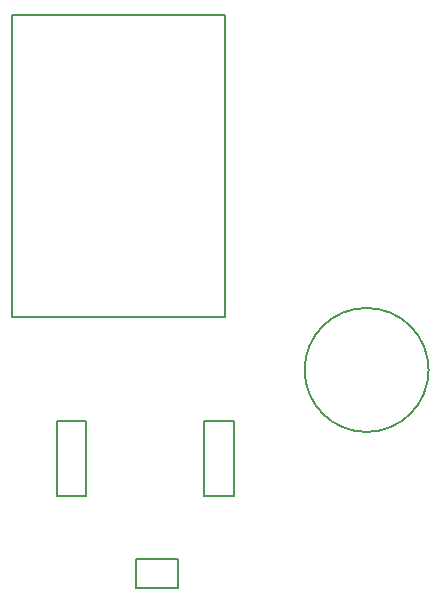
<source format=gbr>
G04*
G04 #@! TF.GenerationSoftware,Altium Limited,Altium Designer,22.4.2 (48)*
G04*
G04 Layer_Color=8388736*
%FSLAX25Y25*%
%MOIN*%
G70*
G04*
G04 #@! TF.SameCoordinates,D1C75A00-648E-4898-854E-167750E82D76*
G04*
G04*
G04 #@! TF.FilePolarity,Positive*
G04*
G01*
G75*
%ADD12C,0.00591*%
%ADD13C,0.00787*%
D12*
X256890Y196850D02*
G03*
X256890Y196850I-20669J0D01*
G01*
D13*
X132874Y154921D02*
X142717D01*
Y179724D01*
X132874D02*
X142717D01*
X132874Y154921D02*
Y179724D01*
X182087Y154921D02*
Y179724D01*
X191929D01*
Y154921D02*
Y179724D01*
X182087Y154921D02*
X191929D01*
X117913Y214331D02*
Y315118D01*
Y214331D02*
X189173D01*
Y315118D01*
X117913D02*
X189173D01*
X159252Y124016D02*
Y133858D01*
Y124016D02*
X173425D01*
Y133858D01*
X159252D02*
X173425D01*
M02*

</source>
